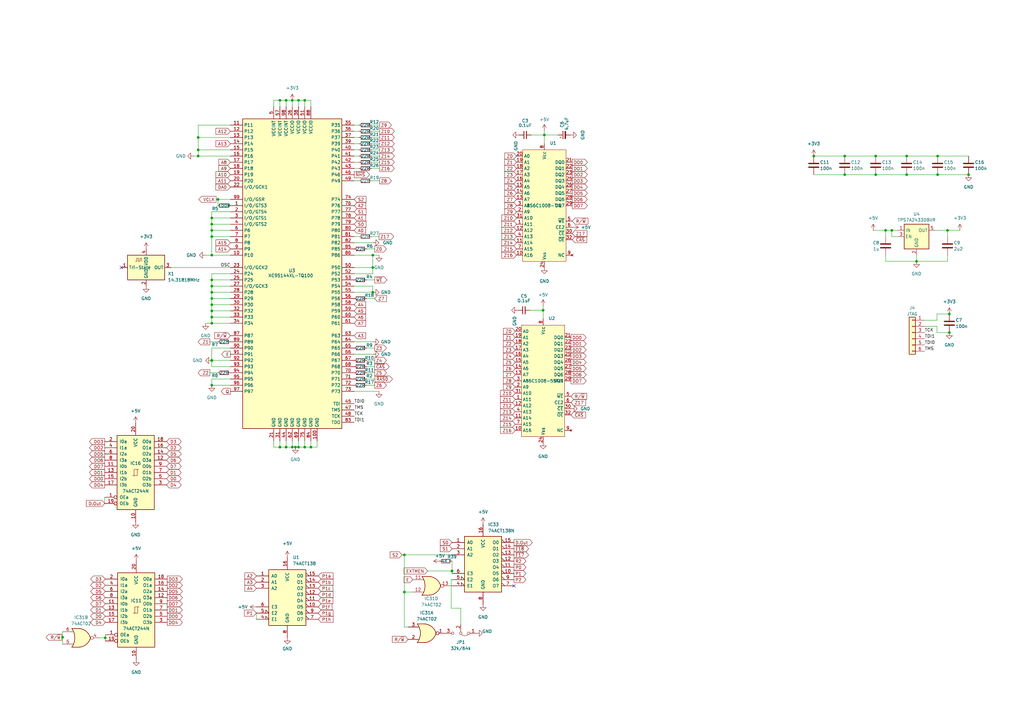
<source format=kicad_sch>
(kicad_sch (version 20230121) (generator eeschema)
  (paper "A3")
  (title_block (title "Dragon 32 CPU UK PAL") (date "2023-05-25") (rev "3.0") (company "Dragon Data") (comment 1 "Modified by Julian Brown") (comment 2 "SAMx4 by Ciaran Anscomb"))
  (junction (at 365.76 94.488))
  (junction (at 81.28 61.468))
  (junction (at 333.756 64.008))
  (junction (at 114.808 41.148))
  (junction (at 86.868 119.888))
  (junction (at 121.158 183.388))
  (junction (at 114.808 183.388))
  (junction (at 222.758 127.254))
  (junction (at 384.556 64.008))
  (junction (at 117.348 183.388))
  (junction (at 119.888 183.388))
  (junction (at 124.968 41.148))
  (junction (at 152.908 109.728))
  (junction (at 119.888 41.148))
  (junction (at 86.868 147.8455))
  (junction (at 86.868 117.348))
  (junction (at 359.156 64.008))
  (junction (at 86.868 124.968))
  (junction (at 384.556 71.628))
  (junction (at 223.266 55.372))
  (junction (at 371.856 64.008))
  (junction (at 388.62 94.488))
  (junction (at 81.28 64.008))
  (junction (at 152.908 119.888))
  (junction (at 152.908 104.648))
  (junction (at 346.456 64.008))
  (junction (at 43.18 261.62))
  (junction (at 86.868 122.428))
  (junction (at 165.862 227.584))
  (junction (at 86.868 97.028))
  (junction (at 363.22 94.488))
  (junction (at 86.868 114.808))
  (junction (at 389.382 136.398))
  (junction (at 89.408 81.788))
  (junction (at 86.868 91.948))
  (junction (at 371.856 71.628))
  (junction (at 397.256 71.628))
  (junction (at 165.862 242.824))
  (junction (at 122.428 183.388))
  (junction (at 86.868 89.408))
  (junction (at 124.968 183.388))
  (junction (at 81.28 56.388))
  (junction (at 86.868 157.988))
  (junction (at 86.868 104.648))
  (junction (at 359.156 71.628))
  (junction (at 86.868 130.048))
  (junction (at 127.508 183.388))
  (junction (at 375.92 107.188))
  (junction (at 122.428 41.148))
  (junction (at 86.868 132.588))
  (junction (at 25.654 261.366))
  (junction (at 117.348 41.148))
  (junction (at 86.868 127.508))
  (junction (at 346.456 71.628))
  (junction (at 389.382 128.778))
  (junction (at 86.868 147.828))
  (junction (at 86.868 94.488))
  (junction (at 185.4005 234.188))
  (no_connect (at 210.82 240.284))
  (no_connect (at 49.784 109.728))
  (wire (pts (xy 86.868 142.748) (xy 94.488 142.748)))
  (wire (pts (xy 86.868 130.048) (xy 86.868 127.508)))
  (wire (pts (xy 119.888 41.148) (xy 119.888 43.688)))
  (wire (pts (xy 153.67 147.828) (xy 150.368 147.828)))
  (wire (pts (xy 86.868 157.988) (xy 86.868 155.448)))
  (wire (pts (xy 124.968 41.148) (xy 122.428 41.148)))
  (wire (pts (xy 333.756 64.008) (xy 346.456 64.008)))
  (wire (pts (xy 130.048 183.388) (xy 127.508 183.388)))
  (wire (pts (xy 153.67 122.428) (xy 150.368 122.428)))
  (wire (pts (xy 86.868 112.268) (xy 94.488 112.268)))
  (wire (pts (xy 165.862 257.175) (xy 167.386 257.175)))
  (wire (pts (xy 147.32 66.548) (xy 145.288 66.548)))
  (wire (pts (xy 124.968 180.848) (xy 124.968 183.388)))
  (wire (pts (xy 153.67 142.748) (xy 150.368 142.748)))
  (wire (pts (xy 155.702 66.548) (xy 152.4 66.548)))
  (wire (pts (xy 152.908 104.648) (xy 152.908 109.728)))
  (wire (pts (xy 86.868 147.828) (xy 94.488 147.828)))
  (wire (pts (xy 86.868 155.448) (xy 94.488 155.448)))
  (wire (pts (xy 365.76 94.488) (xy 368.3 94.488)))
  (wire (pts (xy 84.328 132.588) (xy 86.868 132.588)))
  (wire (pts (xy 86.106 152.908) (xy 89.408 152.908)))
  (wire (pts (xy 127.508 183.388) (xy 124.968 183.388)))
  (wire (pts (xy 184.531 240.284) (xy 185.42 240.284)))
  (wire (pts (xy 86.868 147.828) (xy 86.868 142.748)))
  (wire (pts (xy 81.28 64.008) (xy 81.28 61.468)))
  (wire (pts (xy 25.654 259.08) (xy 25.654 261.366)))
  (wire (pts (xy 185.42 234.188) (xy 185.42 235.204)))
  (wire (pts (xy 185.039 249.428) (xy 188.976 249.428)))
  (wire (pts (xy 363.22 107.188) (xy 375.92 107.188)))
  (wire (pts (xy 384.302 131.318) (xy 384.302 128.778)))
  (wire (pts (xy 223.266 55.372) (xy 223.266 58.928)))
  (wire (pts (xy 86.868 86.868) (xy 86.868 89.408)))
  (wire (pts (xy 25.654 261.366) (xy 25.654 264.16)))
  (wire (pts (xy 127.508 180.848) (xy 127.508 183.388)))
  (wire (pts (xy 145.288 104.648) (xy 152.908 104.648)))
  (wire (pts (xy 81.28 56.388) (xy 94.488 56.388)))
  (wire (pts (xy 153.67 114.808) (xy 150.368 114.808)))
  (wire (pts (xy 25.4 261.366) (xy 25.654 261.366)))
  (wire (pts (xy 388.62 94.488) (xy 393.7 94.488)))
  (wire (pts (xy 86.868 117.348) (xy 86.868 114.808)))
  (wire (pts (xy 379.222 133.858) (xy 384.302 133.858)))
  (wire (pts (xy 346.456 71.628) (xy 359.156 71.628)))
  (wire (pts (xy 358.14 94.488) (xy 363.22 94.488)))
  (wire (pts (xy 384.556 64.008) (xy 397.256 64.008)))
  (wire (pts (xy 155.702 74.168) (xy 152.4 74.168)))
  (wire (pts (xy 119.888 180.848) (xy 119.888 183.388)))
  (wire (pts (xy 86.868 122.428) (xy 86.868 119.888)))
  (wire (pts (xy 147.32 61.468) (xy 145.288 61.468)))
  (wire (pts (xy 42.926 206.502) (xy 42.926 203.962)))
  (wire (pts (xy 153.67 152.908) (xy 150.368 152.908)))
  (wire (pts (xy 119.888 183.388) (xy 121.158 183.388)))
  (wire (pts (xy 217.424 127.254) (xy 222.758 127.254)))
  (wire (pts (xy 185.42 237.744) (xy 185.039 237.744)))
  (wire (pts (xy 81.28 51.308) (xy 94.488 51.308)))
  (wire (pts (xy 122.428 43.688) (xy 122.428 41.148)))
  (wire (pts (xy 86.868 132.588) (xy 94.488 132.588)))
  (wire (pts (xy 379.222 131.318) (xy 384.302 131.318)))
  (wire (pts (xy 217.932 55.372) (xy 223.266 55.372)))
  (wire (pts (xy 223.266 53.594) (xy 223.266 55.372)))
  (wire (pts (xy 147.32 51.308) (xy 145.288 51.308)))
  (wire (pts (xy 86.868 86.868) (xy 94.488 86.868)))
  (wire (pts (xy 155.448 97.028) (xy 152.4 97.028)))
  (wire (pts (xy 388.62 104.648) (xy 388.62 107.188)))
  (wire (pts (xy 86.868 150.368) (xy 94.488 150.368)))
  (wire (pts (xy 384.302 136.398) (xy 389.382 136.398)))
  (wire (pts (xy 145.288 140.208) (xy 152.908 140.208)))
  (wire (pts (xy 86.868 97.028) (xy 86.868 104.648)))
  (wire (pts (xy 153.67 102.108) (xy 150.368 102.108)))
  (wire (pts (xy 153.7807 155.448) (xy 150.368 155.448)))
  (wire (pts (xy 89.408 81.788) (xy 89.408 84.328)))
  (wire (pts (xy 147.32 97.028) (xy 145.288 97.028)))
  (wire (pts (xy 359.156 64.008) (xy 371.856 64.008)))
  (wire (pts (xy 86.868 119.888) (xy 86.868 117.348)))
  (wire (pts (xy 164.846 227.584) (xy 165.862 227.584)))
  (wire (pts (xy 185.4005 234.188) (xy 185.42 234.188)))
  (wire (pts (xy 127.508 41.148) (xy 124.968 41.148)))
  (wire (pts (xy 188.976 249.428) (xy 188.976 255.905)))
  (wire (pts (xy 155.702 69.088) (xy 152.4 69.088)))
  (wire (pts (xy 363.22 94.488) (xy 363.22 97.028)))
  (wire (pts (xy 346.456 64.008) (xy 359.156 64.008)))
  (wire (pts (xy 124.968 183.388) (xy 122.428 183.388)))
  (wire (pts (xy 145.288 117.348) (xy 152.908 117.348)))
  (wire (pts (xy 81.28 51.308) (xy 81.28 56.388)))
  (wire (pts (xy 383.54 94.488) (xy 388.62 94.488)))
  (wire (pts (xy 180.4475 230.1399) (xy 180.3205 230.1399)))
  (wire (pts (xy 169.291 242.824) (xy 165.862 242.824)))
  (wire (pts (xy 147.32 58.928) (xy 145.288 58.928)))
  (wire (pts (xy 117.348 183.388) (xy 119.888 183.388)))
  (wire (pts (xy 86.868 91.948) (xy 86.868 94.488)))
  (wire (pts (xy 86.868 124.968) (xy 86.868 122.428)))
  (wire (pts (xy 122.428 180.848) (xy 122.428 183.388)))
  (wire (pts (xy 363.22 94.488) (xy 365.76 94.488)))
  (wire (pts (xy 86.868 97.028) (xy 94.488 97.028)))
  (wire (pts (xy 145.288 119.888) (xy 152.908 119.888)))
  (wire (pts (xy 371.856 64.008) (xy 384.556 64.008)))
  (wire (pts (xy 86.868 117.348) (xy 94.488 117.348)))
  (wire (pts (xy 147.32 74.168) (xy 145.288 74.168)))
  (wire (pts (xy 124.968 43.688) (xy 124.968 41.148)))
  (wire (pts (xy 114.808 41.148) (xy 117.348 41.148)))
  (wire (pts (xy 117.348 41.148) (xy 119.888 41.148)))
  (wire (pts (xy 89.408 81.788) (xy 94.488 81.788)))
  (wire (pts (xy 145.288 109.728) (xy 152.908 109.728)))
  (wire (pts (xy 86.868 89.408) (xy 94.488 89.408)))
  (wire (pts (xy 152.908 117.348) (xy 152.908 119.888)))
  (wire (pts (xy 127.508 43.688) (xy 127.508 41.148)))
  (wire (pts (xy 79.502 64.008) (xy 81.28 64.008)))
  (wire (pts (xy 147.32 53.848) (xy 145.288 53.848)))
  (wire (pts (xy 130.048 180.848) (xy 130.048 183.388)))
  (wire (pts (xy 114.808 41.148) (xy 114.808 43.688)))
  (wire (pts (xy 86.868 94.488) (xy 94.488 94.488)))
  (wire (pts (xy 112.268 43.688) (xy 112.268 41.148)))
  (wire (pts (xy 86.868 132.588) (xy 86.868 130.048)))
  (wire (pts (xy 359.156 71.628) (xy 371.856 71.628)))
  (wire (pts (xy 155.702 51.308) (xy 152.4 51.308)))
  (wire (pts (xy 153.67 150.368) (xy 150.368 150.368)))
  (wire (pts (xy 185.039 237.744) (xy 185.039 249.428)))
  (wire (pts (xy 70.104 109.728) (xy 94.488 109.728)))
  (wire (pts (xy 375.92 104.648) (xy 375.92 107.188)))
  (wire (pts (xy 147.32 56.388) (xy 145.288 56.388)))
  (wire (pts (xy 185.4005 230.1399) (xy 185.4005 234.188)))
  (wire (pts (xy 388.62 94.488) (xy 388.62 97.028)))
  (wire (pts (xy 147.32 64.008) (xy 145.288 64.008)))
  (wire (pts (xy 86.868 157.988) (xy 94.488 157.988)))
  (wire (pts (xy 86.868 124.968) (xy 94.488 124.968)))
  (wire (pts (xy 333.756 71.628) (xy 346.456 71.628)))
  (wire (pts (xy 86.868 114.808) (xy 94.488 114.808)))
  (wire (pts (xy 365.76 97.028) (xy 365.76 94.488)))
  (wire (pts (xy 165.862 242.824) (xy 165.862 257.175)))
  (wire (pts (xy 86.868 147.8455) (xy 86.868 147.828)))
  (wire (pts (xy 88.646 81.788) (xy 89.408 81.788)))
  (wire (pts (xy 152.908 145.288) (xy 145.288 145.288)))
  (wire (pts (xy 155.702 56.388) (xy 152.4 56.388)))
  (wire (pts (xy 105.156 251.46) (xy 105.156 254)))
  (wire (pts (xy 165.862 242.824) (xy 165.862 227.584)))
  (wire (pts (xy 86.868 89.408) (xy 86.868 91.948)))
  (wire (pts (xy 155.702 58.928) (xy 152.4 58.928)))
  (wire (pts (xy 112.268 180.848) (xy 112.268 183.388)))
  (wire (pts (xy 112.268 41.148) (xy 114.808 41.148)))
  (wire (pts (xy 112.268 183.388) (xy 114.808 183.388)))
  (wire (pts (xy 384.556 71.628) (xy 397.256 71.628)))
  (wire (pts (xy 117.348 180.848) (xy 117.348 183.388)))
  (wire (pts (xy 86.106 140.208) (xy 89.408 140.208)))
  (wire (pts (xy 86.868 91.948) (xy 94.488 91.948)))
  (wire (pts (xy 155.702 53.848) (xy 152.4 53.848)))
  (wire (pts (xy 40.894 261.62) (xy 43.18 261.62)))
  (wire (pts (xy 86.868 94.488) (xy 86.868 97.028)))
  (wire (pts (xy 43.18 261.62) (xy 43.18 262.89)))
  (wire (pts (xy 222.758 125.476) (xy 222.758 127.254)))
  (wire (pts (xy 114.808 183.388) (xy 117.348 183.388)))
  (wire (pts (xy 165.862 227.584) (xy 185.42 227.584)))
  (wire (pts (xy 86.868 127.508) (xy 94.488 127.508)))
  (wire (pts (xy 222.758 127.254) (xy 222.758 130.81)))
  (wire (pts (xy 153.67 157.988) (xy 150.368 157.988)))
  (wire (pts (xy 152.908 104.648) (xy 155.448 104.648)))
  (wire (pts (xy 363.22 104.648) (xy 363.22 107.188)))
  (wire (pts (xy 114.808 180.848) (xy 114.808 183.388)))
  (wire (pts (xy 86.868 119.888) (xy 94.488 119.888)))
  (wire (pts (xy 122.428 183.388) (xy 121.158 183.388)))
  (wire (pts (xy 152.908 99.568) (xy 145.288 99.568)))
  (wire (pts (xy 384.302 128.778) (xy 389.382 128.778)))
  (wire (pts (xy 384.302 133.858) (xy 384.302 136.398)))
  (wire (pts (xy 152.908 109.728) (xy 152.908 112.268)))
  (wire (pts (xy 86.868 130.048) (xy 94.488 130.048)))
  (wire (pts (xy 175.387 234.188) (xy 185.4005 234.188)))
  (wire (pts (xy 145.288 160.528) (xy 155.448 160.528)))
  (wire (pts (xy 117.348 41.148) (xy 117.348 43.688)))
  (wire (pts (xy 94.488 122.428) (xy 86.868 122.428)))
  (wire (pts (xy 84.328 104.648) (xy 86.868 104.648)))
  (wire (pts (xy 86.868 114.808) (xy 86.868 112.268)))
  (wire (pts (xy 122.428 41.148) (xy 119.888 41.148)))
  (wire (pts (xy 371.856 71.628) (xy 384.556 71.628)))
  (wire (pts (xy 86.868 127.508) (xy 86.868 124.968)))
  (wire (pts (xy 81.28 56.388) (xy 81.28 61.468)))
  (wire (pts (xy 86.868 104.648) (xy 94.488 104.648)))
  (wire (pts (xy 152.908 112.268) (xy 145.288 112.268)))
  (wire (pts (xy 86.868 150.368) (xy 86.868 147.8455)))
  (wire (pts (xy 155.702 64.008) (xy 152.4 64.008)))
  (wire (pts (xy 81.28 61.468) (xy 94.488 61.468)))
  (wire (pts (xy 368.3 97.028) (xy 365.76 97.028)))
  (wire (pts (xy 147.32 69.088) (xy 145.288 69.088)))
  (wire (pts (xy 388.62 107.188) (xy 375.92 107.188)))
  (wire (pts (xy 43.18 261.62) (xy 43.18 260.35)))
  (wire (pts (xy 81.28 64.008) (xy 94.488 64.008)))
  (wire (pts (xy 155.702 61.468) (xy 152.4 61.468)))
  (wire (pts (xy 223.266 55.372) (xy 228.854 55.372)))
  (label "TDI1" (at 379.222 138.938 0))
  (label "TMS" (at 145.288 168.148 0))
  (label "TDI1" (at 145.288 173.228 0))
  (label "TDI0" (at 379.222 141.478 0))
  (label "OSC" (at 94.488 109.728 180))
  (label "TCK" (at 379.222 136.398 0))
  (label "TCK" (at 145.288 170.688 0))
  (label "TMS" (at 379.222 144.018 0))
  (label "TDI0" (at 145.288 165.608 0))
  (global_label "A4" (shape input) (at 105.156 241.3 180) (property "Intersheetrefs" "${INTERSHEET_REFS}" (effects hide)))
  (global_label "DO0" (shape output) (at 42.926 196.342 180) (property "Intersheetrefs" "${INTERSHEET_REFS}" (effects hide)))
  (global_label "Z7" (shape input) (at 153.67 122.428 0) (property "Intersheetrefs" "${INTERSHEET_REFS}" (effects hide)))
  (global_label "A12" (shape input) (at 94.488 53.848 180) (property "Intersheetrefs" "${INTERSHEET_REFS}" (effects hide)))
  (global_label "D5" (shape bidirectional) (at 43.18 242.57 180) (property "Intersheetrefs" "${INTERSHEET_REFS}" (effects hide)))
  (global_label "DO3" (shape output) (at 234.188 146.05 0) (property "Intersheetrefs" "${INTERSHEET_REFS}" (effects hide)))
  (global_label "Z2" (shape input) (at 211.328 140.97 180) (property "Intersheetrefs" "${INTERSHEET_REFS}" (effects hide)))
  (global_label "DO6" (shape output) (at 234.696 81.788 0) (property "Intersheetrefs" "${INTERSHEET_REFS}" (effects hide)))
  (global_label "R{slash}~{W}" (shape output) (at 25.4 261.366 180) (property "Intersheetrefs" "${INTERSHEET_REFS}" (effects hide)))
  (global_label "S2" (shape input) (at 164.846 227.584 180) (property "Intersheetrefs" "${INTERSHEET_REFS}" (effects hide)))
  (global_label "Z2" (shape output) (at 86.106 152.908 180) (property "Intersheetrefs" "${INTERSHEET_REFS}" (effects hide)))
  (global_label "DO7" (shape output) (at 234.696 84.328 0) (property "Intersheetrefs" "${INTERSHEET_REFS}" (effects hide)))
  (global_label "DO4" (shape output) (at 234.696 76.708 0) (property "Intersheetrefs" "${INTERSHEET_REFS}" (effects hide)))
  (global_label "Z0" (shape input) (at 211.328 135.89 180) (property "Intersheetrefs" "${INTERSHEET_REFS}" (effects hide)))
  (global_label "E" (shape input) (at 169.291 237.744 180) (property "Intersheetrefs" "${INTERSHEET_REFS}" (effects hide)))
  (global_label "D1" (shape bidirectional) (at 68.326 193.802 0) (property "Intersheetrefs" "${INTERSHEET_REFS}" (effects hide)))
  (global_label "Z14" (shape output) (at 155.702 64.008 0) (property "Intersheetrefs" "${INTERSHEET_REFS}" (effects hide)))
  (global_label "S2" (shape input) (at 145.288 81.788 0) (property "Intersheetrefs" "${INTERSHEET_REFS}" (effects hide)))
  (global_label "A2" (shape input) (at 105.156 236.22 180) (property "Intersheetrefs" "${INTERSHEET_REFS}" (effects hide)))
  (global_label "Z13" (shape input) (at 211.328 168.91 180) (property "Intersheetrefs" "${INTERSHEET_REFS}" (effects hide)))
  (global_label "Z1" (shape input) (at 211.836 66.548 180) (property "Intersheetrefs" "${INTERSHEET_REFS}" (effects hide)))
  (global_label "R{slash}~{W}" (shape input) (at 167.386 262.255 180) (property "Intersheetrefs" "${INTERSHEET_REFS}" (effects hide)))
  (global_label "Q" (shape output) (at 94.488 160.528 180) (property "Intersheetrefs" "${INTERSHEET_REFS}" (effects hide)))
  (global_label "D.Out" (shape input) (at 42.926 206.502 180) (property "Intersheetrefs" "${INTERSHEET_REFS}" (effects hide)))
  (global_label "DO0" (shape output) (at 68.58 252.73 0) (property "Intersheetrefs" "${INTERSHEET_REFS}" (effects hide)))
  (global_label "P1a" (shape input) (at 130.556 236.22 0) (property "Intersheetrefs" "${INTERSHEET_REFS}" (effects hide)))
  (global_label "~{CAS}" (shape input) (at 234.696 98.298 0) (property "Intersheetrefs" "${INTERSHEET_REFS}" (effects hide)))
  (global_label "Z5" (shape input) (at 211.836 76.708 180) (property "Intersheetrefs" "${INTERSHEET_REFS}" (effects hide)))
  (global_label "Z16" (shape input) (at 211.836 104.648 180) (property "Intersheetrefs" "${INTERSHEET_REFS}" (effects hide)))
  (global_label "DO7" (shape output) (at 234.188 156.21 0) (property "Intersheetrefs" "${INTERSHEET_REFS}" (effects hide)))
  (global_label "DO2" (shape output) (at 68.58 240.03 0) (property "Intersheetrefs" "${INTERSHEET_REFS}" (effects hide)))
  (global_label "S0" (shape input) (at 145.288 91.948 0) (property "Intersheetrefs" "${INTERSHEET_REFS}" (effects hide)))
  (global_label "DO2" (shape output) (at 234.696 71.628 0) (property "Intersheetrefs" "${INTERSHEET_REFS}" (effects hide)))
  (global_label "DO7" (shape output) (at 68.58 247.65 0) (property "Intersheetrefs" "${INTERSHEET_REFS}" (effects hide)))
  (global_label "Z8" (shape output) (at 155.702 74.168 0) (property "Intersheetrefs" "${INTERSHEET_REFS}" (effects hide)))
  (global_label "Z0" (shape input) (at 211.836 64.008 180) (property "Intersheetrefs" "${INTERSHEET_REFS}" (effects hide)))
  (global_label "Z13" (shape input) (at 211.836 97.028 180) (property "Intersheetrefs" "${INTERSHEET_REFS}" (effects hide)))
  (global_label "Z9" (shape input) (at 211.836 86.868 180) (property "Intersheetrefs" "${INTERSHEET_REFS}" (effects hide)))
  (global_label "Z1" (shape input) (at 211.328 138.43 180) (property "Intersheetrefs" "${INTERSHEET_REFS}" (effects hide)))
  (global_label "DO1" (shape output) (at 234.696 69.088 0) (property "Intersheetrefs" "${INTERSHEET_REFS}" (effects hide)))
  (global_label "DA0" (shape input) (at 94.488 76.708 180) (property "Intersheetrefs" "${INTERSHEET_REFS}" (effects hide)))
  (global_label "Z0" (shape output) (at 153.67 102.108 0) (property "Intersheetrefs" "${INTERSHEET_REFS}" (effects hide)))
  (global_label "A6" (shape input) (at 145.288 130.048 0) (property "Intersheetrefs" "${INTERSHEET_REFS}" (effects hide)))
  (global_label "Z16" (shape output) (at 155.702 69.088 0) (property "Intersheetrefs" "${INTERSHEET_REFS}" (effects hide)))
  (global_label "Z8" (shape input) (at 211.836 84.328 180) (property "Intersheetrefs" "${INTERSHEET_REFS}" (effects hide)))
  (global_label "Z14" (shape input) (at 211.836 99.568 180) (property "Intersheetrefs" "${INTERSHEET_REFS}" (effects hide)))
  (global_label "S0" (shape input) (at 185.42 222.504 180) (property "Intersheetrefs" "${INTERSHEET_REFS}" (effects hide)))
  (global_label "Z12" (shape input) (at 211.836 94.488 180) (property "Intersheetrefs" "${INTERSHEET_REFS}" (effects hide)))
  (global_label "Z6" (shape output) (at 153.67 157.988 0) (property "Intersheetrefs" "${INTERSHEET_REFS}" (effects hide)))
  (global_label "P1d" (shape input) (at 130.556 243.84 0) (property "Intersheetrefs" "${INTERSHEET_REFS}" (effects hide)))
  (global_label "P1" (shape output) (at 210.82 235.204 0) (property "Intersheetrefs" "${INTERSHEET_REFS}" (effects hide)))
  (global_label "A5" (shape input) (at 145.288 127.508 0) (property "Intersheetrefs" "${INTERSHEET_REFS}" (effects hide)))
  (global_label "DO6" (shape output) (at 68.58 245.11 0) (property "Intersheetrefs" "${INTERSHEET_REFS}" (effects hide)))
  (global_label "Z14" (shape input) (at 211.328 171.45 180) (property "Intersheetrefs" "${INTERSHEET_REFS}" (effects hide)))
  (global_label "DO5" (shape output) (at 42.926 186.182 180) (property "Intersheetrefs" "${INTERSHEET_REFS}" (effects hide)))
  (global_label "R{slash}~{W}" (shape input) (at 234.696 90.678 0) (property "Intersheetrefs" "${INTERSHEET_REFS}" (effects hide)))
  (global_label "A3" (shape input) (at 145.288 137.668 0) (property "Intersheetrefs" "${INTERSHEET_REFS}" (effects hide)))
  (global_label "Z12" (shape output) (at 155.702 58.928 0) (property "Intersheetrefs" "${INTERSHEET_REFS}" (effects hide)))
  (global_label "Z10" (shape output) (at 155.702 53.848 0) (property "Intersheetrefs" "${INTERSHEET_REFS}" (effects hide)))
  (global_label "DO4" (shape output) (at 234.188 148.59 0) (property "Intersheetrefs" "${INTERSHEET_REFS}" (effects hide)))
  (global_label "~{E17}" (shape output) (at 210.82 227.584 0) (property "Intersheetrefs" "${INTERSHEET_REFS}" (effects hide)))
  (global_label "DO3" (shape output) (at 234.696 74.168 0) (property "Intersheetrefs" "${INTERSHEET_REFS}" (effects hide)))
  (global_label "A7" (shape input) (at 145.288 132.588 0) (property "Intersheetrefs" "${INTERSHEET_REFS}" (effects hide)))
  (global_label "D5" (shape bidirectional) (at 68.326 186.182 0) (property "Intersheetrefs" "${INTERSHEET_REFS}" (effects hide)))
  (global_label "~{NHS}" (shape output) (at 145.288 71.628 0) (property "Intersheetrefs" "${INTERSHEET_REFS}" (effects hide)))
  (global_label "DO2" (shape output) (at 234.188 143.51 0) (property "Intersheetrefs" "${INTERSHEET_REFS}" (effects hide)))
  (global_label "A3" (shape input) (at 105.156 238.76 180) (property "Intersheetrefs" "${INTERSHEET_REFS}" (effects hide)))
  (global_label "D1" (shape bidirectional) (at 43.18 250.19 180) (property "Intersheetrefs" "${INTERSHEET_REFS}" (effects hide)))
  (global_label "DO6" (shape output) (at 42.926 188.722 180) (property "Intersheetrefs" "${INTERSHEET_REFS}" (effects hide)))
  (global_label "EXTMEN" (shape input) (at 175.387 234.188 180) (property "Intersheetrefs" "${INTERSHEET_REFS}" (effects hide)))
  (global_label "DO5" (shape output) (at 234.188 151.13 0) (property "Intersheetrefs" "${INTERSHEET_REFS}" (effects hide)))
  (global_label "Z9" (shape input) (at 211.328 158.75 180) (property "Intersheetrefs" "${INTERSHEET_REFS}" (effects hide)))
  (global_label "D6" (shape bidirectional) (at 43.18 245.11 180) (property "Intersheetrefs" "${INTERSHEET_REFS}" (effects hide)))
  (global_label "Z16" (shape input) (at 211.328 176.53 180) (property "Intersheetrefs" "${INTERSHEET_REFS}" (effects hide)))
  (global_label "Z3" (shape input) (at 211.328 143.51 180) (property "Intersheetrefs" "${INTERSHEET_REFS}" (effects hide)))
  (global_label "~{E18}" (shape output) (at 210.82 225.044 0) (property "Intersheetrefs" "${INTERSHEET_REFS}" (effects hide)))
  (global_label "DO5" (shape output) (at 68.58 242.57 0) (property "Intersheetrefs" "${INTERSHEET_REFS}" (effects hide)))
  (global_label "Z1" (shape output) (at 86.106 140.208 180) (property "Intersheetrefs" "${INTERSHEET_REFS}" (effects hide)))
  (global_label "P1h" (shape input) (at 130.556 254 0) (property "Intersheetrefs" "${INTERSHEET_REFS}" (effects hide)))
  (global_label "R{slash}~{W}" (shape input) (at 94.488 137.668 180) (property "Intersheetrefs" "${INTERSHEET_REFS}" (effects hide)))
  (global_label "DO4" (shape output) (at 68.58 255.27 0) (property "Intersheetrefs" "${INTERSHEET_REFS}" (effects hide)))
  (global_label "DO1" (shape output) (at 234.188 140.97 0) (property "Intersheetrefs" "${INTERSHEET_REFS}" (effects hide)))
  (global_label "Z11" (shape output) (at 155.702 56.388 0) (property "Intersheetrefs" "${INTERSHEET_REFS}" (effects hide)))
  (global_label "P1f" (shape input) (at 130.556 248.92 0) (property "Intersheetrefs" "${INTERSHEET_REFS}" (effects hide)))
  (global_label "E" (shape output) (at 94.488 145.288 180) (property "Intersheetrefs" "${INTERSHEET_REFS}" (effects hide)))
  (global_label "DO7" (shape output) (at 42.926 191.262 180) (property "Intersheetrefs" "${INTERSHEET_REFS}" (effects hide)))
  (global_label "P1c" (shape input) (at 130.556 241.3 0) (property "Intersheetrefs" "${INTERSHEET_REFS}" (effects hide)))
  (global_label "D2" (shape bidirectional) (at 68.326 183.642 0) (property "Intersheetrefs" "${INTERSHEET_REFS}" (effects hide)))
  (global_label "Z10" (shape input) (at 211.836 89.408 180) (property "Intersheetrefs" "${INTERSHEET_REFS}" (effects hide)))
  (global_label "~{CAS}" (shape output) (at 153.67 150.368 0) (property "Intersheetrefs" "${INTERSHEET_REFS}" (effects hide)))
  (global_label "Z11" (shape input) (at 211.836 91.948 180) (property "Intersheetrefs" "${INTERSHEET_REFS}" (effects hide)))
  (global_label "DO3" (shape output) (at 42.926 181.102 180) (property "Intersheetrefs" "${INTERSHEET_REFS}" (effects hide)))
  (global_label "R2" (shape output) (at 210.82 230.124 0) (property "Intersheetrefs" "${INTERSHEET_REFS}" (effects hide)))
  (global_label "S1" (shape input) (at 185.42 225.044 180) (property "Intersheetrefs" "${INTERSHEET_REFS}" (effects hide)))
  (global_label "Z5" (shape input) (at 211.328 148.59 180) (property "Intersheetrefs" "${INTERSHEET_REFS}" (effects hide)))
  (global_label "Z11" (shape input) (at 211.328 163.83 180) (property "Intersheetrefs" "${INTERSHEET_REFS}" (effects hide)))
  (global_label "VCLK" (shape output) (at 88.646 81.788 180) (property "Intersheetrefs" "${INTERSHEET_REFS}" (effects hide)))
  (global_label "D2" (shape bidirectional) (at 43.18 240.03 180) (property "Intersheetrefs" "${INTERSHEET_REFS}" (effects hide)))
  (global_label "Z4" (shape output) (at 153.67 147.828 0) (property "Intersheetrefs" "${INTERSHEET_REFS}" (effects hide)))
  (global_label "Z10" (shape input) (at 211.328 161.29 180) (property "Intersheetrefs" "${INTERSHEET_REFS}" (effects hide)))
  (global_label "A8" (shape input) (at 94.488 66.548 180) (property "Intersheetrefs" "${INTERSHEET_REFS}" (effects hide)))
  (global_label "~{WE}" (shape output) (at 153.67 114.808 0) (property "Intersheetrefs" "${INTERSHEET_REFS}" (effects hide)))
  (global_label "Z12" (shape input) (at 211.328 166.37 180) (property "Intersheetrefs" "${INTERSHEET_REFS}" (effects hide)))
  (global_label "A13" (shape input) (at 94.488 58.928 180) (property "Intersheetrefs" "${INTERSHEET_REFS}" (effects hide)))
  (global_label "DO0" (shape output) (at 234.696 66.548 0) (property "Intersheetrefs" "${INTERSHEET_REFS}" (effects hide)))
  (global_label "DO2" (shape output) (at 42.926 183.642 180) (property "Intersheetrefs" "${INTERSHEET_REFS}" (effects hide)))
  (global_label "Z5" (shape output) (at 153.67 152.908 0) (property "Intersheetrefs" "${INTERSHEET_REFS}" (effects hide)))
  (global_label "Z13" (shape output) (at 155.702 61.468 0) (property "Intersheetrefs" "${INTERSHEET_REFS}" (effects hide)))
  (global_label "Z7" (shape input) (at 211.328 153.67 180) (property "Intersheetrefs" "${INTERSHEET_REFS}" (effects hide)))
  (global_label "DO0" (shape output) (at 234.188 138.43 0) (property "Intersheetrefs" "${INTERSHEET_REFS}" (effects hide)))
  (global_label "P2" (shape output) (at 210.82 237.744 0) (property "Intersheetrefs" "${INTERSHEET_REFS}" (effects hide)))
  (global_label "Z17" (shape input) (at 234.696 95.758 0) (property "Intersheetrefs" "${INTERSHEET_REFS}" (effects hide)))
  (global_label "A15" (shape input) (at 94.488 99.568 180) (property "Intersheetrefs" "${INTERSHEET_REFS}" (effects hide)))
  (global_label "P1e" (shape input) (at 130.556 246.38 0) (property "Intersheetrefs" "${INTERSHEET_REFS}" (effects hide)))
  (global_label "D7" (shape bidirectional) (at 68.326 191.262 0) (property "Intersheetrefs" "${INTERSHEET_REFS}" (effects hide)))
  (global_label "Z2" (shape input) (at 211.836 69.088 180) (property "Intersheetrefs" "${INTERSHEET_REFS}" (effects hide)))
  (global_label "D4" (shape bidirectional) (at 68.326 198.882 0) (property "Intersheetrefs" "${INTERSHEET_REFS}" (effects hide)))
  (global_label "Z6" (shape input) (at 211.836 79.248 180) (property "Intersheetrefs" "${INTERSHEET_REFS}" (effects hide)))
  (global_label "Z3" (shape output) (at 153.67 142.748 0) (property "Intersheetrefs" "${INTERSHEET_REFS}" (effects hide)))
  (global_label "A11" (shape input) (at 94.488 74.168 180) (property "Intersheetrefs" "${INTERSHEET_REFS}" (effects hide)))
  (global_label "P0" (shape output) (at 210.82 232.664 0) (property "Intersheetrefs" "${INTERSHEET_REFS}" (effects hide)))
  (global_label "A9" (shape input) (at 94.488 69.088 180) (property "Intersheetrefs" "${INTERSHEET_REFS}" (effects hide)))
  (global_label "Z15" (shape input) (at 211.328 173.99 180) (property "Intersheetrefs" "${INTERSHEET_REFS}" (effects hide)))
  (global_label "DO5" (shape output) (at 234.696 79.248 0) (property "Intersheetrefs" "${INTERSHEET_REFS}" (effects hide)))
  (global_label "P1g" (shape input) (at 130.556 251.46 0) (property "Intersheetrefs" "${INTERSHEET_REFS}" (effects hide)))
  (global_label "A10" (shape input) (at 94.488 71.628 180) (property "Intersheetrefs" "${INTERSHEET_REFS}" (effects hide)))
  (global_label "A2" (shape input) (at 145.288 84.328 0) (property "Intersheetrefs" "${INTERSHEET_REFS}" (effects hide)))
  (global_label "Z4" (shape input) (at 211.836 74.168 180) (property "Intersheetrefs" "${INTERSHEET_REFS}" (effects hide)))
  (global_label "Z4" (shape input) (at 211.328 146.05 180) (property "Intersheetrefs" "${INTERSHEET_REFS}" (effects hide)))
  (global_label "A1" (shape input) (at 145.288 89.408 0) (property "Intersheetrefs" "${INTERSHEET_REFS}" (effects hide)))
  (global_label "D3" (shape bidirectional) (at 68.326 181.102 0) (property "Intersheetrefs" "${INTERSHEET_REFS}" (effects hide)))
  (global_label "Z7" (shape input) (at 211.836 81.788 180) (property "Intersheetrefs" "${INTERSHEET_REFS}" (effects hide)))
  (global_label "DO1" (shape output) (at 68.58 250.19 0) (property "Intersheetrefs" "${INTERSHEET_REFS}" (effects hide)))
  (global_label "~{CAS}" (shape input) (at 234.188 170.18 0) (property "Intersheetrefs" "${INTERSHEET_REFS}" (effects hide)))
  (global_label "Z8" (shape input) (at 211.328 156.21 180) (property "Intersheetrefs" "${INTERSHEET_REFS}" (effects hide)))
  (global_label "D.Out" (shape output) (at 210.82 222.504 0) (property "Intersheetrefs" "${INTERSHEET_REFS}" (effects hide)))
  (global_label "Z9" (shape output) (at 155.702 51.308 0) (property "Intersheetrefs" "${INTERSHEET_REFS}" (effects hide)))
  (global_label "A0" (shape input) (at 145.288 94.488 0) (property "Intersheetrefs" "${INTERSHEET_REFS}" (effects hide)))
  (global_label "Z17" (shape input) (at 234.188 165.1 0) (property "Intersheetrefs" "${INTERSHEET_REFS}" (effects hide)))
  (global_label "D7" (shape bidirectional) (at 43.18 247.65 180) (property "Intersheetrefs" "${INTERSHEET_REFS}" (effects hide)))
  (global_label "Z15" (shape input) (at 211.836 102.108 180) (property "Intersheetrefs" "${INTERSHEET_REFS}" (effects hide)))
  (global_label "D0" (shape bidirectional) (at 68.326 196.342 0) (property "Intersheetrefs" "${INTERSHEET_REFS}" (effects hide)))
  (global_label "DO3" (shape output) (at 68.58 237.49 0) (property "Intersheetrefs" "${INTERSHEET_REFS}" (effects hide)))
  (global_label "D4" (shape bidirectional) (at 43.18 255.27 180) (property "Intersheetrefs" "${INTERSHEET_REFS}" (effects hide)))
  (global_label "~{RAS0}" (shape output) (at 153.7807 155.4602 0) (property "Intersheetrefs" "${INTERSHEET_REFS}" (effects hide)))
  (global_label "Z17" (shape output) (at 155.448 97.028 0) (property "Intersheetrefs" "${INTERSHEET_REFS}" (effects hide)))
  (global_label "D3" (shape bidirectional) (at 43.18 237.49 180) (property "Intersheetrefs" "${INTERSHEET_REFS}" (effects hide)))
  (global_label "S1" (shape input) (at 145.288 86.868 0) (property "Intersheetrefs" "${INTERSHEET_REFS}" (effects hide)))
  (global_label "A4" (shape input) (at 145.288 124.968 0) (property "Intersheetrefs" "${INTERSHEET_REFS}" (effects hide)))
  (global_label "DO4" (shape output) (at 42.926 198.882 180) (property "Intersheetrefs" "${INTERSHEET_REFS}" (effects hide)))
  (global_label "Z15" (shape output) (at 155.702 66.548 0) (property "Intersheetrefs" "${INTERSHEET_REFS}" (effects hide)))
  (global_label "A14" (shape input) (at 94.488 102.108 180) (property "Intersheetrefs" "${INTERSHEET_REFS}" (effects hide)))
  (global_label "R{slash}~{W}" (shape input) (at 234.188 162.56 0) (property "Intersheetrefs" "${INTERSHEET_REFS}" (effects hide)))
  (global_label "D0" (shape bidirectional) (at 43.18 252.73 180) (property "Intersheetrefs" "${INTERSHEET_REFS}" (effects hide)))
  (global_label "Z3" (shape input) (at 211.836 71.628 180) (property "Intersheetrefs" "${INTERSHEET_REFS}" (effects hide)))
  (global_label "DO1" (shape output) (at 42.926 193.802 180) (property "Intersheetrefs" "${INTERSHEET_REFS}" (effects hide)))
  (global_label "P1b" (shape input) (at 130.556 238.76 0) (property "Intersheetrefs" "${INTERSHEET_REFS}" (effects hide)))
  (global_label "DO6" (shape output) (at 234.188 153.67 0) (property "Intersheetrefs" "${INTERSHEET_REFS}" (effects hide)))
  (global_label "P1" (shape input) (at 105.156 251.46 180) (property "Intersheetrefs" "${INTERSHEET_REFS}" (effects hide)))
  (global_label "Z6" (shape input) (at 211.328 151.13 180) (property "Intersheetrefs" "${INTERSHEET_REFS}" (effects hide)))
  (global_label "D6" (shape bidirectional) (at 68.326 188.722 0) (property "Intersheetrefs" "${INTERSHEET_REFS}" (effects hide)))
  (symbol (lib_id "power:GND") (at 84.328 132.588 0) (unit 1)
    (property "Reference" "#PWR033" (effects hide))
    (property "Value" "GND" (at 84.328 137.668 0))
    (instances (project "Dragon32" (path "" (reference "#PWR033") (unit 1))) (project "samx4" (path "" (reference "#PWR019") (unit 1))))
  )
  (symbol (lib_id "Device:R_Small") (at 149.86 61.468 270) (unit 1)
    (property "Reference" "R23" (at 153.543 60.198 90))
    (property "Value" "22R" (at 149.86 61.468 90))
    (property "Footprint" "Resistor_SMD:R_0805_2012Metric_Pad1.20x1.40mm_HandSolder" (effects hide))
    (property "DigiKey" "CF14JT22R0CT-ND" (effects hide))
  )
  (symbol (lib_id "Device:C") (at 389.382 132.588 0) (mirror y) (unit 1)
    (property "Reference" "C7" (at 391.922 131.318 0) (effects (justify right)))
    (property "Value" "100n" (at 391.922 133.858 0) (effects (justify right)))
    (property "Footprint" "Capacitor_SMD:C_0805_2012Metric_Pad1.18x1.45mm_HandSolder" (effects hide))
    (property "JLCPCB BOM" "0" (effects hide))
    (property "LCSC Part" "C149620" (effects hide))
    (instances (project "Dragon32" (path "" (reference "C7") (unit 1))) (project "samx4" (path "" (reference "C3") (unit 1))))
  )
  (symbol (lib_id "74xx:74LS138") (at 117.856 243.84 0) (unit 1)
    (property "Reference" "U1" (at 120.0501 228.6 0) (effects (justify left)))
    (property "Value" "74ACT138" (at 120.0501 231.14 0) (effects (justify left)))
    (property "Footprint" "Package_SO:SOIC-20W_7.5x12.8mm_P1.27mm" (effects hide))
    (property "Datasheet" "http://www.ti.com/lit/gpn/sn74LS138" (effects hide))
    (property "DigiKey" "74ACT138SCXCT-ND" (effects hide))
    (instances (project "Dragon32" (path "" (reference "U1") (unit 1)) (path "" (reference "IC10") (unit 1))))
  )
  (symbol (lib_id "Jumper:Jumper_3_Bridged12") (at 188.976 259.715 180) (unit 1)
    (property "Reference" "JP1" (at 188.976 263.398 0))
    (property "Value" "32k/64k" (at 188.976 265.938 0))
    (property "Footprint" "Connector_PinHeader_2.54mm:PinHeader_1x03_P2.54mm_Vertical" (effects hide))
  )
  (symbol (lib_id "power:+5V") (at 55.626 173.482 0) (unit 1)
    (property "Reference" "#PWR0167" (effects hide))
    (property "Value" "+5V" (at 55.626 168.529 0))
  )
  (symbol (lib_id "Device:R_Small") (at 147.828 114.808 270) (unit 1)
    (property "Reference" "R4" (at 151.511 113.538 90))
    (property "Value" "22R" (at 147.828 114.808 90))
    (property "Footprint" "Resistor_SMD:R_0805_2012Metric_Pad1.20x1.40mm_HandSolder" (effects hide))
    (property "DigiKey" "CF14JT22R0CT-ND" (effects hide))
  )
  (symbol (lib_id "Device:C") (at 333.756 67.818 0) (unit 1)
    (property "Reference" "C11" (at 336.296 66.548 0) (effects (justify left)))
    (property "Value" "100n" (at 336.296 69.088 0) (effects (justify left)))
    (property "Footprint" "Capacitor_SMD:C_0805_2012Metric_Pad1.18x1.45mm_HandSolder" (effects hide))
    (property "JLCPCB BOM" "0" (effects hide))
    (property "LCSC Part" "C149620" (effects hide))
    (instances (project "Dragon32" (path "" (reference "C11") (unit 1))) (project "samx4" (path "" (reference "C4") (unit 1))))
  )
  (symbol (lib_id "Device:R_Small") (at 147.828 122.428 270) (unit 1)
    (property "Reference" "R18" (at 151.511 121.158 90))
    (property "Value" "22R" (at 147.828 122.428 90))
    (property "Footprint" "Resistor_SMD:R_0805_2012Metric_Pad1.20x1.40mm_HandSolder" (effects hide))
    (property "DigiKey" "CF14JT22R0CT-ND" (effects hide))
  )
  (symbol (lib_id "74xx:74LS244") (at 55.626 193.802 0) (unit 1)
    (property "Reference" "IC16" (at 55.626 189.992 0))
    (property "Value" "74ACT244N" (at 55.626 201.422 0))
    (property "Footprint" "Package_SO:SOIC-20W_7.5x12.8mm_P1.27mm" (effects hide))
    (property "Datasheet" "http://www.ti.com/lit/ds/symlink/sn74ls244.pdf" (effects hide))
    (property "DigiKey" "74ACT244SCXCT-ND" (effects hide))
    (property "SA2120" "Sheet 1" (effects hide))
  )
  (symbol (lib_id "Device:R_Small") (at 149.86 53.848 270) (unit 1)
    (property "Reference" "R20" (at 153.543 52.578 90))
    (property "Value" "22R" (at 149.86 53.848 90))
    (property "Footprint" "Resistor_SMD:R_0805_2012Metric_Pad1.20x1.40mm_HandSolder" (effects hide))
    (property "DigiKey" "CF14JT22R0CT-ND" (effects hide))
  )
  (symbol (lib_id "Device:R_Small") (at 149.86 58.928 270) (unit 1)
    (property "Reference" "R22" (at 153.543 57.658 90))
    (property "Value" "22R" (at 149.86 58.928 90))
    (property "Footprint" "Resistor_SMD:R_0805_2012Metric_Pad1.20x1.40mm_HandSolder" (effects hide))
    (property "DigiKey" "CF14JT22R0CT-ND" (effects hide))
  )
  (symbol (lib_id "Device:R_Small") (at 149.86 51.308 270) (unit 1)
    (property "Reference" "R12" (at 153.543 50.038 90))
    (property "Value" "22R" (at 149.86 51.308 90))
    (property "Footprint" "Resistor_SMD:R_0805_2012Metric_Pad1.20x1.40mm_HandSolder" (effects hide))
    (property "DigiKey" "CF14JT22R0CT-ND" (effects hide))
  )
  (symbol (lib_id "power:GND") (at 152.908 145.288 90) (unit 1)
    (property "Reference" "#PWR046" (effects hide))
    (property "Value" "GND" (at 156.21 145.288 90) (effects (justify right)))
    (instances (project "Dragon32" (path "" (reference "#PWR046") (unit 1))) (project "samx4" (path "" (reference "#PWR022") (unit 1))))
  )
  (symbol (lib_id "Device:R_Small") (at 147.828 102.108 270) (unit 1)
    (property "Reference" "R6" (at 151.638 100.965 90))
    (property "Value" "22R" (at 147.955 102.108 90))
    (property "Footprint" "Resistor_SMD:R_0805_2012Metric_Pad1.20x1.40mm_HandSolder" (effects hide))
    (property "DigiKey" "CF14JT22R0CT-ND" (effects hide))
  )
  (symbol (lib_id "Device:R_Small") (at 149.86 74.168 270) (unit 1)
    (property "Reference" "R19" (at 153.543 72.898 90))
    (property "Value" "22R" (at 149.86 74.168 90))
    (property "Footprint" "Resistor_SMD:R_0805_2012Metric_Pad1.20x1.40mm_HandSolder" (effects hide))
    (property "DigiKey" "CF14JT22R0CT-ND" (effects hide))
  )
  (symbol (lib_id "power:GND") (at 152.908 99.568 90) (unit 1)
    (property "Reference" "#PWR045" (effects hide))
    (property "Value" "GND" (at 156.972 99.568 90) (effects (justify right)))
    (instances (project "Dragon32" (path "" (reference "#PWR045") (unit 1))) (project "samx4" (path "" (reference "#PWR025") (unit 1))))
  )
  (symbol (lib_id "Device:R_Small") (at 149.86 97.028 270) (unit 1)
    (property "Reference" "R27" (at 153.543 95.758 90))
    (property "Value" "22R" (at 149.86 97.028 90))
    (property "Footprint" "Resistor_SMD:R_0805_2012Metric_Pad1.20x1.40mm_HandSolder" (effects hide))
    (property "DigiKey" "CF14JT22R0CT-ND" (effects hide))
  )
  (symbol (lib_id "Regulator_Linear:TPS7A0533PDBV") (at 375.92 97.028 0) (unit 1)
    (property "Reference" "U4" (at 375.92 87.8037 0))
    (property "Value" "TPS7A2433DBVR" (at 375.92 90.2279 0))
    (property "Footprint" "Package_TO_SOT_SMD:SOT-23-5" (effects hide))
    (property "Datasheet" "https://www.ti.com/lit/ds/symlink/tps7a05.pdf" (effects hide))
    (property "LCSC Part" "C2866134" (effects hide))
    (instances (project "Dragon32" (path "" (reference "U4") (unit 1))) (project "samx4" (path "" (reference "U1") (unit 1))))
  )
  (symbol (lib_id "power:GND") (at 86.868 157.988 0) (unit 1)
    (property "Reference" "#PWR034" (effects hide))
    (property "Value" "GND" (at 86.868 163.068 0))
    (instances (project "Dragon32" (path "" (reference "#PWR034") (unit 1))) (project "samx4" (path "" (reference "#PWR018") (unit 1))))
  )
  (symbol (lib_id "Device:R_Small") (at 147.828 142.748 270) (unit 1)
    (property "Reference" "R9" (at 151.511 141.605 90))
    (property "Value" "22R" (at 147.828 142.748 90))
    (property "Footprint" "Resistor_SMD:R_0805_2012Metric_Pad1.20x1.40mm_HandSolder" (effects hide))
    (property "DigiKey" "CF14JT22R0CT-ND" (effects hide))
  )
  (symbol (lib_id "Device:C") (at 346.456 67.818 0) (unit 1)
    (property "Reference" "C12" (at 348.996 66.548 0) (effects (justify left)))
    (property "Value" "100n" (at 348.996 69.088 0) (effects (justify left)))
    (property "Footprint" "Capacitor_SMD:C_0805_2012Metric_Pad1.18x1.45mm_HandSolder" (effects hide))
    (property "JLCPCB BOM" "0" (effects hide))
    (property "LCSC Part" "C149620" (effects hide))
    (instances (project "Dragon32" (path "" (reference "C12") (unit 1))) (project "samx4" (path "" (reference "C5") (unit 1))))
  )
  (symbol (lib_id "Device:R_Small") (at 91.948 84.328 90) (unit 1)
    (property "Reference" "R5" (at 88.265 85.598 90))
    (property "Value" "100R" (at 91.948 84.328 90))
    (property "Footprint" "Resistor_SMD:R_0805_2012Metric_Pad1.20x1.40mm_HandSolder" (effects hide))
    (property "DigiKey" "CF14JT22R0CT-ND" (effects hide))
  )
  (symbol (lib_id "power:GND") (at 152.908 119.888 90) (unit 1)
    (property "Reference" "#PWR039" (effects hide))
    (property "Value" "GND" (at 156.21 119.888 90) (effects (justify right)))
    (instances (project "Dragon32" (path "" (reference "#PWR039") (unit 1))) (project "samx4" (path "" (reference "#PWR023") (unit 1))))
  )
  (symbol (lib_id "Oscillator:ECS-2520MV-xxx-xx") (at 59.944 109.728 0) (unit 1)
    (property "Reference" "X1" (at 68.834 112.268 0) (effects (justify left)))
    (property "Value" "14.31818MHz" (at 68.834 114.808 0) (effects (justify left)))
    (property "Footprint" "Oscillator:Oscillator_SMD_ECS_2520MV-xxx-xx-4Pin_2.5x2.0mm" (effects hide))
    (property "Datasheet" "https://www.ecsxtal.com/store/pdf/ECS-2520MV.pdf" (effects hide))
    (property "LCSC Part" "C5119017" (effects hide))
  )
  (symbol (lib_id "power:+3V3") (at 333.756 64.008 0) (unit 1)
    (property "Reference" "#PWR068" (effects hide))
    (property "Value" "+3V3" (at 333.756 58.928 0))
    (instances (project "Dragon32" (path "" (reference "#PWR068") (unit 1))) (project "samx4" (path "" (reference "#PWR012") (unit 1))))
  )
  (symbol (lib_id "power:+5V") (at 198.12 214.884 0) (unit 1)
    (property "Reference" "#PWR0153" (effects hide))
    (property "Value" "+5V" (at 198.12 209.931 0))
  )
  (symbol (lib_id "power:GND") (at 212.344 127.254 270) (mirror x) (unit 1)
    (property "Reference" "#PWR057" (effects hide))
    (property "Value" "GND" (at 211.0739 129.667 0) (effects (justify right)))
  )
  (symbol (lib_id "74xx:74LS02") (at 176.911 240.284 0) (unit 4)
    (property "Reference" "IC31" (at 176.911 245.491 0))
    (property "Value" "74ACT02" (at 176.911 248.031 0))
    (property "Footprint" "Package_SO:SOIC-14_3.9x8.7mm_P1.27mm" (effects hide))
    (property "Datasheet" "http://www.ti.com/lit/gpn/sn74ls02" (effects hide))
    (property "DigiKey" "MC74ACT02DR2GOSCT-ND" (effects hide))
    (property "SA2120" "Sheet 1 (spare)" (effects hide))
  )
  (symbol (lib_id "power:+5V") (at 358.14 94.488 0) (unit 1)
    (property "Reference" "#PWR021" (effects hide))
    (property "Value" "+5V" (at 358.14 89.408 0))
    (instances (project "Dragon32" (path "" (reference "#PWR021") (unit 1))) (project "samx4" (path "" (reference "#PWR04") (unit 1))))
  )
  (symbol (lib_id "Device:C") (at 388.62 100.838 0) (unit 1)
    (property "Reference" "C9" (at 391.16 99.568 0) (effects (justify left)))
    (property "Value" "2u2" (at 391.16 102.108 0) (effects (justify left)))
    (property "Footprint" "Capacitor_SMD:C_0805_2012Metric_Pad1.18x1.45mm_HandSolder" (effects hide))
    (property "LCSC Part" "C961513" (effects hide))
    (instances (project "Dragon32" (path "" (reference "C9") (unit 1))) (project "samx4" (path "" (reference "C2") (unit 1))))
  )
  (symbol (lib_id "Device:C_Small") (at 214.884 127.254 90) (unit 1)
    (property "Reference" "C5" (at 214.884 121.412 90))
    (property "Value" "0.1uF" (at 214.8903 123.317 90))
    (property "Footprint" "Capacitor_SMD:C_0805_2012Metric_Pad1.18x1.45mm_HandSolder" (effects hide))
    (property "Datasheet" "https://www.vishay.com/docs/45171/kseries.pdf" (effects hide))
    (property "DigiKey" "BC1101CT-ND" (effects hide))
  )
  (symbol (lib_id "power:GND") (at 55.626 214.122 0) (unit 1)
    (property "Reference" "#PWR0170" (effects hide))
    (property "Value" "GND" (at 55.626 219.329 0))
  )
  (symbol (lib_id "Device:R_Small") (at 147.828 155.448 270) (unit 1)
    (property "Reference" "R2" (at 151.511 154.178 90))
    (property "Value" "22R" (at 147.828 155.448 90))
    (property "Footprint" "Resistor_SMD:R_0805_2012Metric_Pad1.20x1.40mm_HandSolder" (effects hide))
    (property "DigiKey" "CF14JT22R0CT-ND" (effects hide))
  )
  (symbol (lib_id "74xx:74LS138") (at 198.12 230.124 0) (unit 1)
    (property "Reference" "IC33" (at 200.1394 215.138 0) (effects (justify left)))
    (property "Value" "74ACT138N" (at 200.1394 217.678 0) (effects (justify left)))
    (property "Footprint" "Package_SO:SOIC-20W_7.5x12.8mm_P1.27mm" (effects hide))
    (property "Datasheet" "http://www.ti.com/lit/gpn/sn74LS138" (effects hide))
    (property "DigiKey" "74ACT138SCXCT-ND" (effects hide))
    (property "SA2120" "Sheet 1" (effects hide))
  )
  (symbol (lib_id "Device:R_Small") (at 149.86 69.088 270) (unit 1)
    (property "Reference" "R26" (at 153.543 67.818 90))
    (property "Value" "22R" (at 149.86 69.088 90))
    (property "Footprint" "Resistor_SMD:R_0805_2012Metric_Pad1.20x1.40mm_HandSolder" (effects hide))
    (property "DigiKey" "CF14JT22R0CT-ND" (effects hide))
  )
  (symbol (lib_id "power:GND") (at 198.12 247.904 0) (unit 1)
    (property "Reference" "#PWR0154" (effects hide))
    (property "Value" "GND" (at 198.12 253.111 0))
  )
  (symbol (lib_id "power:GND") (at 222.758 181.61 0) (unit 1)
    (property "Reference" "#PWR055" (effects hide))
    (property "Value" "GND" (at 222.758 187.198 0))
  )
  (symbol (lib_id "power:GND") (at 155.448 160.528 0) (unit 1)
    (property "Reference" "#PWR061" (effects hide))
    (property "Value" "GND" (at 155.448 165.608 0))
    (instances (project "Dragon32" (path "" (reference "#PWR061") (unit 1))) (project "samx4" (path "" (reference "#PWR022") (unit 1))))
  )
  (symbol (lib_id "74xx:74LS02") (at 33.274 261.62 0) (mirror x) (unit 2)
    (property "Reference" "IC31" (at 33.274 253.238 0))
    (property "Value" "74ACT02" (at 33.274 255.778 0))
    (property "Footprint" "Package_SO:SOIC-14_3.9x8.7mm_P1.27mm" (effects hide))
    (property "Datasheet" "http://www.ti.com/lit/gpn/sn74ls02" (effects hide))
    (property "DigiKey" "MC74ACT02DR2GOSCT-ND" (effects hide))
    (property "SA2120" "Sheet 1 (spare)" (effects hide))
  )
  (symbol (lib_id "power:GND") (at 86.868 147.8455 270) (unit 1)
    (property "Reference" "#PWR067" (effects hide))
    (property "Value" "GND" (at 83.058 147.8455 90) (effects (justify right)))
    (instances (project "Dragon32" (path "" (reference "#PWR067") (unit 1))) (project "samx4" (path "" (reference "#PWR018") (unit 1))))
  )
  (symbol (lib_id "power:+3V3") (at 59.944 102.108 0) (unit 1)
    (property "Reference" "#PWR062" (effects hide))
    (property "Value" "+3V3" (at 59.944 97.028 0))
    (instances (project "Dragon32" (path "" (reference "#PWR062") (unit 1))) (project "samx4" (path "" (reference "#PWR08") (unit 1))))
  )
  (symbol (lib_id "CPLD_Xilinx:XC95144XL-TQ100") (at 119.888 112.268 0) (unit 1)
    (property "Reference" "U3" (at 118.364 110.998 0) (effects (justify left)))
    (property "Value" "XC95144XL-TQ100" (at 109.982 113.03 0) (effects (justify left)))
    (property "Footprint" "Package_QFP:TQFP-100_14x14mm_P0.5mm" (effects hide))
    (property "Datasheet" "https://www.xilinx.com/support/documentation/data_sheets/ds056.pdf" (effects hide))
    (property "LCSC Part" "C45126" (effects hide))
    (instances (project "Dragon32" (path "" (reference "U3") (unit 1))) (project "samx4" (path "" (reference "U2") (unit 1))))
  )
  (symbol (lib_id "power:GND") (at 233.934 55.372 90) (mirror x) (unit 1)
    (property "Reference" "#PWR060" (effects hide))
    (property "Value" "GND" (at 239.014 55.372 0))
  )
  (symbol (lib_id "Device:R_Small") (at 149.86 64.008 270) (unit 1)
    (property "Reference" "R24" (at 153.543 62.738 90))
    (property "Value" "22R" (at 149.86 64.008 90))
    (property "Footprint" "Resistor_SMD:R_0805_2012Metric_Pad1.20x1.40mm_HandSolder" (effects hide))
    (property "DigiKey" "CF14JT22R0CT-ND" (effects hide))
  )
  (symbol (lib_id "Device:R_Small") (at 147.828 147.828 270) (unit 1)
    (property "Reference" "R10" (at 151.511 146.812 90))
    (property "Value" "22R" (at 147.828 147.828 90))
    (property "Footprint" "Resistor_SMD:R_0805_2012Metric_Pad1.20x1.40mm_HandSolder" (effects hide))
    (property "DigiKey" "CF14JT22R0CT-ND" (effects hide))
  )
  (symbol (lib_id "Device:C") (at 384.556 67.818 0) (unit 1)
    (property "Reference" "C15" (at 387.096 66.548 0) (effects (justify left)))
    (property "Value" "100n" (at 387.096 69.088 0) (effects (justify left)))
    (property "Footprint" "Capacitor_SMD:C_0805_2012Metric_Pad1.18x1.45mm_HandSolder" (effects hide))
    (property "JLCPCB BOM" "0" (effects hide))
    (property "LCSC Part" "C149620" (effects hide))
    (instances (project "Dragon32" (path "" (reference "C15") (unit 1))) (project "samx4" (path "" (reference "C8") (unit 1))))
  )
  (symbol (lib_id "Device:R_Small") (at 91.948 152.908 90) (unit 1)
    (property "Reference" "R8" (at 88.138 154.051 90))
    (property "Value" "22R" (at 91.948 152.908 90))
    (property "Footprint" "Resistor_SMD:R_0805_2012Metric_Pad1.20x1.40mm_HandSolder" (effects hide))
    (property "DigiKey" "CF14JT22R0CT-ND" (effects hide))
  )
  (symbol (lib_id "power:GND") (at 223.266 109.728 0) (unit 1)
    (property "Reference" "#PWR054" (effects hide))
    (property "Value" "GND" (at 223.266 115.316 0))
  )
  (symbol (lib_id "Device:R_Small") (at 147.828 150.368 270) (unit 1)
    (property "Reference" "R3" (at 151.511 149.098 90))
    (property "Value" "22R" (at 147.828 150.368 90))
    (property "Footprint" "Resistor_SMD:R_0805_2012Metric_Pad1.20x1.40mm_HandSolder" (effects hide))
    (property "DigiKey" "CF14JT22R0CT-ND" (effects hide))
  )
  (symbol (lib_id "power:GND") (at 59.944 117.348 0) (unit 1)
    (property "Reference" "#PWR063" (effects hide))
    (property "Value" "GND" (at 59.944 122.428 0))
    (instances (project "Dragon32" (path "" (reference "#PWR063") (unit 1))) (project "samx4" (path "" (reference "#PWR09") (unit 1))))
  )
  (symbol (lib_id "power:+3V3") (at 393.7 94.488 0) (unit 1)
    (property "Reference" "#PWR066" (effects hide))
    (property "Value" "+3V3" (at 393.7 89.408 0))
    (instances (project "Dragon32" (path "" (reference "#PWR066") (unit 1))) (project "samx4" (path "" (reference "#PWR05") (unit 1))))
  )
  (symbol (lib_id "power:+3V3") (at 119.888 41.148 0) (unit 1)
    (property "Reference" "#PWR035" (effects hide))
    (property "Value" "+3V3" (at 119.888 36.068 0))
    (instances (project "Dragon32" (path "" (reference "#PWR035") (unit 1))) (project "samx4" (path "" (reference "#PWR06") (unit 1))))
  )
  (symbol (lib_id "Device:R_Small") (at 182.8605 230.1399 270) (unit 1)
    (property "Reference" "R39" (at 185.4005 228.3619 90))
    (property "Value" "4K7" (at 182.9875 230.1399 90))
    (property "Footprint" "Resistor_SMD:R_0805_2012Metric_Pad1.20x1.40mm_HandSolder" (effects hide))
    (property "DigiKey" "CF14JT4K70CT-ND" (effects hide))
  )
  (symbol (lib_id "74xx:74LS02") (at 175.006 259.715 0) (mirror x) (unit 1)
    (property "Reference" "IC31" (at 175.006 251.333 0))
    (property "Value" "74ACT02" (at 175.006 253.873 0))
    (property "Footprint" "Package_SO:SOIC-14_3.9x8.7mm_P1.27mm" (effects hide))
    (property "Datasheet" "http://www.ti.com/lit/gpn/sn74ls02" (effects hide))
    (property "DigiKey" "MC74ACT02DR2GOSCT-ND" (effects hide))
    (property "SA2120" "Sheet 1 (spare)" (effects hide))
  )
  (symbol (lib_id "Device:C") (at 371.856 67.818 0) (unit 1)
    (property "Reference" "C14" (at 374.396 66.548 0) (effects (justify left)))
    (property "Value" "100n" (at 374.396 69.088 0) (effects (justify left)))
    (property "Footprint" "Capacitor_SMD:C_0805_2012Metric_Pad1.18x1.45mm_HandSolder" (effects hide))
    (property "JLCPCB BOM" "0" (effects hide))
    (property "LCSC Part" "C149620" (effects hide))
    (instances (project "Dragon32" (path "" (reference "C14") (unit 1))) (project "samx4" (path "" (reference "C7") (unit 1))))
  )
  (symbol (lib_id "power:GND") (at 234.188 167.64 90) (unit 1)
    (property "Reference" "#PWR059" (effects hide))
    (property "Value" "GND" (at 237.998 167.64 90) (effects (justify right)))
  )
  (symbol (lib_id "power:+5V") (at 55.88 229.87 0) (unit 1)
    (property "Reference" "#PWR048" (effects hide))
    (property "Value" "+5V" (at 55.88 224.917 0))
  )
  (symbol (lib_id "power:GND") (at 212.852 55.372 270) (mirror x) (unit 1)
    (property "Reference" "#PWR056" (effects hide))
    (property "Value" "GND" (at 211.5819 57.785 0) (effects (justify right)))
  )
  (symbol (lib_id "power:GND") (at 152.908 140.208 90) (unit 1)
    (property "Reference" "#PWR064" (effects hide))
    (property "Value" "GND" (at 156.21 140.208 90) (effects (justify right)))
    (instances (project "Dragon32" (path "" (reference "#PWR064") (unit 1))) (project "samx4" (path "" (reference "#PWR022") (unit 1))))
  )
  (symbol (lib_id "power:GND") (at 397.256 71.628 0) (unit 1)
    (property "Reference" "#PWR069" (effects hide))
    (property "Value" "GND" (at 397.256 76.708 0))
    (instances (project "Dragon32" (path "" (reference "#PWR069") (unit 1))) (project "samx4" (path "" (reference "#PWR015") (unit 1))))
  )
  (symbol (lib_id "power:GND") (at 55.88 270.51 0) (unit 1)
    (property "Reference" "#PWR051" (effects hide))
    (property "Value" "GND" (at 55.88 275.717 0))
  )
  (symbol (lib_id "power:GND") (at 389.382 136.398 0) (mirror y) (unit 1)
    (property "Reference" "#PWR020" (effects hide))
    (property "Value" "GND" (at 389.382 141.478 0))
    (instances (project "Dragon32" (path "" (reference "#PWR020") (unit 1))) (project "samx4" (path "" (reference "#PWR010") (unit 1))))
  )
  (symbol (lib_id "Device:C") (at 359.156 67.818 0) (unit 1)
    (property "Reference" "C13" (at 361.696 66.548 0) (effects (justify left)))
    (property "Value" "100n" (at 361.696 69.088 0) (effects (justify left)))
    (property "Footprint" "Capacitor_SMD:C_0805_2012Metric_Pad1.18x1.45mm_HandSolder" (effects hide))
    (property "JLCPCB BOM" "0" (effects hide))
    (property "LCSC Part" "C149620" (effects hide))
    (instances (project "Dragon32" (path "" (reference "C13") (unit 1))) (project "samx4" (path "" (reference "C6") (unit 1))))
  )
  (symbol (lib_id "Connector_Generic:Conn_01x06") (at 374.142 136.398 0) (mirror y) (unit 1)
    (property "Reference" "J4" (at 374.142 126.238 0))
    (property "Value" "JTAG" (at 374.142 128.778 0))
    (property "Footprint" "Connector_PinHeader_2.54mm:PinHeader_1x06_P2.54mm_Vertical" (effects hide))
    (property "JLCPCB BOM" "0" (effects hide))
    (instances (project "Dragon32" (path "" (reference "J4") (unit 1))) (project "samx4" (path "" (reference "J2") (unit 1))))
  )
  (symbol (lib_id "power:+5V") (at 223.266 53.594 0) (unit 1)
    (property "Reference" "#PWR052" (effects hide))
    (property "Value" "+5V" (at 223.266 49.022 0))
  )
  (symbol (lib_id "power:+5V") (at 234.696 93.218 270) (unit 1)
    (property "Reference" "#PWR053" (effects hide))
    (property "Value" "+5V" (at 238.252 93.218 90) (effects (justify left)))
  )
  (symbol (lib_id "Device:R_Small") (at 149.86 56.388 270) (unit 1)
    (property "Reference" "R21" (at 153.543 55.118 90))
    (property "Value" "22R" (at 149.86 56.388 90))
    (property "Footprint" "Resistor_SMD:R_0805_2012Metric_Pad1.20x1.40mm_HandSolder" (effects hide))
    (property "DigiKey" "CF14JT22R0CT-ND" (effects hide))
  )
  (symbol (lib_id "power:+5V") (at 180.4475 230.1399 90) (unit 1)
    (property "Reference" "#PWR0158" (effects hide))
    (property "Value" "+5V" (at 178.4155 227.9809 90) (effects (justify right)))
  )
  (symbol (lib_id "Device:R_Small") (at 147.828 152.908 270) (unit 1)
    (property "Reference" "R11" (at 151.511 151.765 90))
    (property "Value" "22R" (at 147.955 152.908 90))
    (property "Footprint" "Resistor_SMD:R_0805_2012Metric_Pad1.20x1.40mm_HandSolder" (effects hide))
    (property "DigiKey" "CF14JT22R0CT-ND" (effects hide))
  )
  (symbol (lib_id "Device:C") (at 397.256 67.818 0) (unit 1)
    (property "Reference" "C16" (at 399.796 66.548 0) (effects (justify left)))
    (property "Value" "100n" (at 399.796 69.088 0) (effects (justify left)))
    (property "Footprint" "Capacitor_SMD:C_0805_2012Metric_Pad1.18x1.45mm_HandSolder" (effects hide))
    (property "JLCPCB BOM" "0" (effects hide))
    (property "LCSC Part" "C149620" (effects hide))
    (instances (project "Dragon32" (path "" (reference "C16") (unit 1))) (project "samx4" (path "" (reference "C9") (unit 1))))
  )
  (symbol (lib_id "power:+3V3") (at 389.382 128.778 0) (unit 1)
    (property "Reference" "#PWR017" (effects hide))
    (property "Value" "+3V3" (at 389.382 123.698 0))
    (instances (project "Dragon32" (path "" (reference "#PWR017") (unit 1))) (project "samx4" (path "" (reference "#PWR013") (unit 1))))
  )
  (symbol (lib_id "power:GND") (at 155.448 104.648 0) (unit 1)
    (property "Reference" "#PWR038" (effects hide))
    (property "Value" "GND" (at 155.448 109.728 0))
    (instances (project "Dragon32" (path "" (reference "#PWR038") (unit 1))) (project "samx4" (path "" (reference "#PWR025") (unit 1))))
  )
  (symbol (lib_id "Motorola PIA:AS6C1008") (at 223.266 84.328 0) (unit 1)
    (property "Reference" "U1" (at 225.4601 58.674 0) (effects (justify left)))
    (property "Value" "AS6C1008-TIN" (at 223.266 84.328 0))
    (property "Footprint" "Package_SO:TSOP-I-32_18.4x8mm_P0.5mm" (effects hide))
    (property "Datasheet" "https://www.alliancememory.com/wp-content/uploads/pdf/AS6C1008feb2007.pdf" (effects hide))
    (property "DigiKey" "1450-1020-ND" (effects hide))
  )
  (symbol (lib_id "power:GND") (at 84.328 104.648 270) (unit 1)
    (property "Reference" "#PWR032" (effects hide))
    (property "Value" "GND" (at 80.518 104.648 90) (effects (justify right)))
    (instances (project "Dragon32" (path "" (reference "#PWR032") (unit 1))) (project "samx4" (path "" (reference "#PWR020") (unit 1))))
  )
  (symbol (lib_id "Motorola PIA:AS6C1008") (at 222.758 156.21 0) (unit 1)
    (property "Reference" "U2" (at 224.9521 130.556 0) (effects (justify left)))
    (property "Value" "AS6C1008-55TIN" (at 222.758 156.21 0))
    (property "Footprint" "Package_SO:TSOP-I-32_18.4x8mm_P0.5mm" (effects hide))
    (property "Datasheet" "https://www.alliancememory.com/wp-content/uploads/pdf/AS6C1008feb2007.pdf" (effects hide))
    (property "DigiKey" "1450-1020-ND" (effects hide))
  )
  (symbol (lib_id "power:GND") (at 195.326 259.715 90) (mirror x) (unit 1)
    (property "Reference" "#PWR0157" (effects hide))
    (property "Value" "GND" (at 197.739 258.953 90) (effects (justify right)))
  )
  (symbol (lib_id "power:GND") (at 121.158 183.388 0) (unit 1)
    (property "Reference" "#PWR036" (effects hide))
    (property "Value" "GND" (at 121.158 188.468 0))
    (instances (project "Dragon32" (path "" (reference "#PWR036") (unit 1))) (project "samx4" (path "" (reference "#PWR07") (unit 1))))
  )
  (symbol (lib_id "power:+5V") (at 117.856 228.6 0) (unit 1)
    (property "Reference" "#PWR02" (effects hide))
    (property "Value" "+5V" (at 117.856 222.885 0))
  )
  (symbol (lib_id "power:GND") (at 79.502 64.008 270) (unit 1)
    (property "Reference" "#PWR031" (effects hide))
    (property "Value" "GND" (at 76.2 64.008 90) (effects (justify right)))
    (instances (project "Dragon32" (path "" (reference "#PWR031") (unit 1))) (project "samx4" (path "" (reference "#PWR021") (unit 1))))
  )
  (symbol (lib_id "Device:C_Polarized_Small") (at 231.394 55.372 90) (unit 1)
    (property "Reference" "C6" (at 230.505 49.657 0) (effects (justify right)))
    (property "Value" "4.7uF" (at 232.41 48.006 0) (effects (justify right)))
    (property "Footprint" "Capacitor_Tantalum_SMD:CP_EIA-3216-18_Kemet-A_Pad1.58x1.35mm_HandSolder" (effects hide))
    (property "Datasheet" "https://datasheets.kyocera-avx.com/tap.pdf" (effects hide))
    (property "DigiKey" "478-8984-1-ND" (effects hide))
  )
  (symbol (lib_id "Device:R_Small") (at 149.86 66.548 270) (unit 1)
    (property "Reference" "R25" (at 153.543 65.278 90))
    (property "Value" "22R" (at 149.86 66.548 90))
    (property "Footprint" "Resistor_SMD:R_0805_2012Metric_Pad1.20x1.40mm_HandSolder" (effects hide))
    (property "DigiKey" "CF14JT22R0CT-ND" (effects hide))
  )
  (symbol (lib_id "Device:C") (at 363.22 100.838 0) (unit 1)
    (property "Reference" "C8" (at 360.68 99.568 0) (effects (justify right)))
    (property "Value" "1u" (at 360.68 102.108 0) (effects (justify right)))
    (property "Footprint" "Capacitor_SMD:C_0805_2012Metric_Pad1.18x1.45mm_HandSolder" (effects hide))
    (property "LCSC Part" "C77080" (effects hide))
    (instances (project "Dragon32" (path "" (reference "C8") (unit 1))) (project "samx4" (path "" (reference "C1") (unit 1))))
  )
  (symbol (lib_id "power:GND") (at 375.92 107.188 0) (unit 1)
    (property "Reference" "#PWR065" (effects hide))
    (property "Value" "GND" (at 375.92 112.268 0))
    (instances (project "Dragon32" (path "" (reference "#PWR065") (unit 1))) (project "samx4" (path "" (reference "#PWR03") (unit 1))))
  )
  (symbol (lib_id "Device:R_Small") (at 147.828 157.988 270) (unit 1)
    (property "Reference" "R17" (at 151.511 156.718 90))
    (property "Value" "22R" (at 147.828 157.988 90))
    (property "Footprint" "Resistor_SMD:R_0805_2012Metric_Pad1.20x1.40mm_HandSolder" (effects hide))
    (property "DigiKey" "CF14JT22R0CT-ND" (effects hide))
  )
  (symbol (lib_id "Device:C_Small") (at 215.392 55.372 90) (unit 1)
    (property "Reference" "C3" (at 215.392 49.53 90))
    (property "Value" "0.1uF" (at 215.3983 51.435 90))
    (property "Footprint" "Capacitor_SMD:C_0805_2012Metric_Pad1.18x1.45mm_HandSolder" (effects hide))
    (property "Datasheet" "https://www.vishay.com/docs/45171/kseries.pdf" (effects hide))
    (property "DigiKey" "BC1101CT-ND" (effects hide))
  )
  (symbol (lib_id "Device:R_Small") (at 91.948 140.208 90) (unit 1)
    (property "Reference" "R7" (at 88.138 141.351 90))
    (property "Value" "22R" (at 91.948 140.081 90))
    (property "Footprint" "Resistor_SMD:R_0805_2012Metric_Pad1.20x1.40mm_HandSolder" (effects hide))
    (property "DigiKey" "CF14JT22R0CT-ND" (effects hide))
  )
  (symbol (lib_id "power:+5V") (at 222.758 125.476 0) (unit 1)
    (property "Reference" "#PWR058" (effects hide))
    (property "Value" "+5V" (at 222.758 120.904 0))
  )
  (symbol (lib_id "74xx:74LS244") (at 55.88 250.19 0) (unit 1)
    (property "Reference" "IC11" (at 55.88 246.38 0))
    (property "Value" "74ACT244N" (at 55.88 257.81 0))
    (property "Footprint" "Package_SO:SOIC-20W_7.5x12.8mm_P1.27mm" (effects hide))
    (property "Datasheet" "http://www.ti.com/lit/ds/symlink/sn74ls244.pdf" (effects hide))
    (property "DigiKey" "74ACT244SCXCT-ND" (effects hide))
    (property "SA2120" "Sheet 1" (effects hide))
  )
  (symbol (lib_id "power:+5V") (at 105.156 248.92 90) (unit 1)
    (property "Reference" "#PWR01" (effects hide))
    (property "Value" "+5V" (at 97.536 248.92 90) (effects (justify right)))
  )
  (symbol (lib_id "power:GND") (at 117.856 261.62 0) (unit 1)
    (property "Reference" "#PWR03" (effects hide))
    (property "Value" "GND" (at 117.856 266.065 0))
  )
)
</source>
